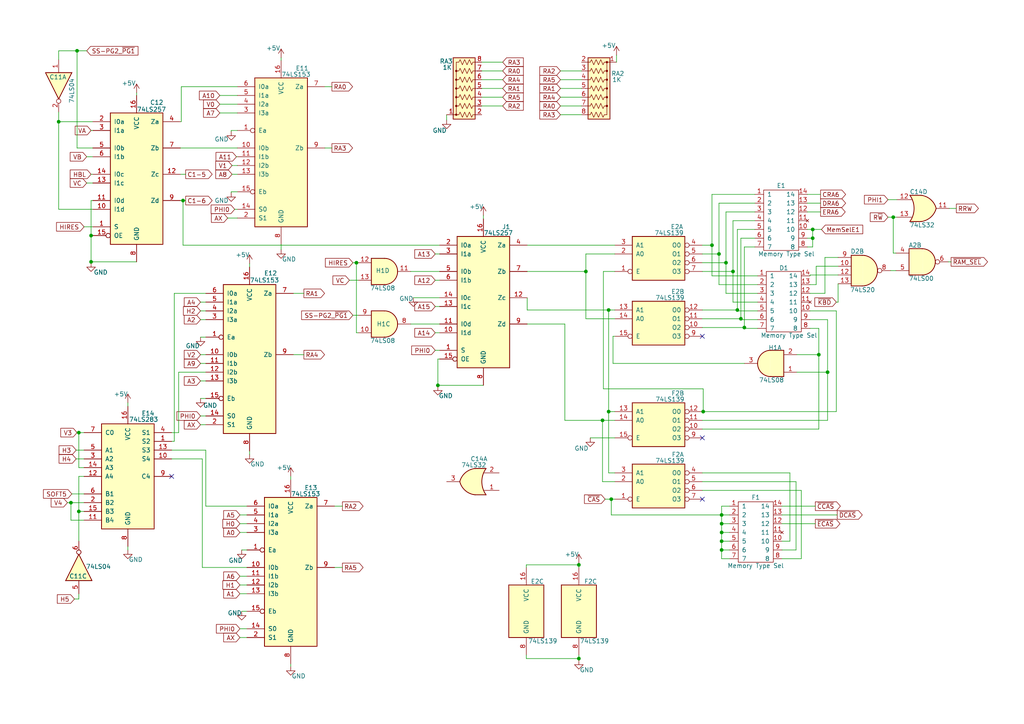
<source format=kicad_sch>
(kicad_sch (version 20230121) (generator eeschema)
  (paper "A4")
  (title_block (title "Apple II Schematic") (rev "0") (comment 1 "Captured from the Apple II Reference Manual (1979)"))
  (lib_symbols
    (symbol "74xx:74LS00" (pin_names (offset 1.016))
      (property "Reference" "U" (at 0 1.27 0))
      (property "Value" "74LS00" (at 0 -1.27 0))
      (symbol "74LS00_1_1"
        (pin input line (at -7.62 2.54 0) (length 3.81) (name "~") (number "1"))
        (pin input line (at -7.62 -2.54 0) (length 3.81) (name "~") (number "2"))
        (pin output inverted (at 7.62 0 180) (length 3.81) (name "~") (number "3"))
      )
      (symbol "74LS00_1_2"
        (pin input inverted (at -7.62 2.54 0) (length 4.318) (name "~") (number "1"))
        (pin input inverted (at -7.62 -2.54 0) (length 4.318) (name "~") (number "2"))
        (pin output line (at 7.62 0 180) (length 3.81) (name "~") (number "3"))
      )
      (symbol "74LS00_2_1"
        (pin input line (at -7.62 2.54 0) (length 3.81) (name "~") (number "4"))
        (pin input line (at -7.62 -2.54 0) (length 3.81) (name "~") (number "5"))
        (pin output inverted (at 7.62 0 180) (length 3.81) (name "~") (number "6"))
      )
      (symbol "74LS00_2_2"
        (pin input inverted (at -7.62 2.54 0) (length 4.318) (name "~") (number "4"))
        (pin input inverted (at -7.62 -2.54 0) (length 4.318) (name "~") (number "5"))
        (pin output line (at 7.62 0 180) (length 3.81) (name "~") (number "6"))
      )
      (symbol "74LS00_3_1"
        (pin input line (at -7.62 -2.54 0) (length 3.81) (name "~") (number "10"))
        (pin output inverted (at 7.62 0 180) (length 3.81) (name "~") (number "8"))
        (pin input line (at -7.62 2.54 0) (length 3.81) (name "~") (number "9"))
      )
      (symbol "74LS00_3_2"
        (pin input inverted (at -7.62 -2.54 0) (length 4.318) (name "~") (number "10"))
        (pin output line (at 7.62 0 180) (length 3.81) (name "~") (number "8"))
        (pin input inverted (at -7.62 2.54 0) (length 4.318) (name "~") (number "9"))
      )
      (symbol "74LS00_4_1"
        (pin output inverted (at 7.62 0 180) (length 3.81) (name "~") (number "11"))
        (pin input line (at -7.62 2.54 0) (length 3.81) (name "~") (number "12"))
        (pin input line (at -7.62 -2.54 0) (length 3.81) (name "~") (number "13"))
      )
      (symbol "74LS00_4_2"
        (pin output line (at 7.62 0 180) (length 3.81) (name "~") (number "11"))
        (pin input inverted (at -7.62 2.54 0) (length 4.318) (name "~") (number "12"))
        (pin input inverted (at -7.62 -2.54 0) (length 4.318) (name "~") (number "13"))
      )
      (symbol "74LS00_5_0"
        (pin power_in line (at 0 12.7 270) (length 5.08) (name "VCC") (number "14"))
        (pin power_in line (at 0 -12.7 90) (length 5.08) (name "GND") (number "7"))
      )
    )
    (symbol "74xx:74LS04"
      (property "Reference" "U" (at 0 1.27 0))
      (property "Value" "74LS04" (at 0 -1.27 0))
      (symbol "74LS04_1_0"
        (pin input line (at -7.62 0 0) (length 3.81) (name "~") (number "1"))
        (pin output inverted (at 7.62 0 180) (length 3.81) (name "~") (number "2"))
      )
      (symbol "74LS04_2_0"
        (pin input line (at -7.62 0 0) (length 3.81) (name "~") (number "3"))
        (pin output inverted (at 7.62 0 180) (length 3.81) (name "~") (number "4"))
      )
      (symbol "74LS04_3_0"
        (pin input line (at -7.62 0 0) (length 3.81) (name "~") (number "5"))
        (pin output inverted (at 7.62 0 180) (length 3.81) (name "~") (number "6"))
      )
      (symbol "74LS04_4_0"
        (pin output inverted (at 7.62 0 180) (length 3.81) (name "~") (number "8"))
        (pin input line (at -7.62 0 0) (length 3.81) (name "~") (number "9"))
      )
      (symbol "74LS04_5_0"
        (pin output inverted (at 7.62 0 180) (length 3.81) (name "~") (number "10"))
        (pin input line (at -7.62 0 0) (length 3.81) (name "~") (number "11"))
      )
      (symbol "74LS04_6_0"
        (pin output inverted (at 7.62 0 180) (length 3.81) (name "~") (number "12"))
        (pin input line (at -7.62 0 0) (length 3.81) (name "~") (number "13"))
      )
      (symbol "74LS04_7_0"
        (pin power_in line (at 0 12.7 270) (length 5.08) (name "VCC") (number "14"))
        (pin power_in line (at 0 -12.7 90) (length 5.08) (name "GND") (number "7"))
      )
    )
    (symbol "74xx:74LS08" (pin_names (offset 1.016))
      (property "Reference" "U" (at 0 1.27 0))
      (property "Value" "74LS08" (at 0 -1.27 0))
      (symbol "74LS08_1_1"
        (pin input line (at -7.62 2.54 0) (length 3.81) (name "~") (number "1"))
        (pin input line (at -7.62 -2.54 0) (length 3.81) (name "~") (number "2"))
        (pin output line (at 7.62 0 180) (length 3.81) (name "~") (number "3"))
      )
      (symbol "74LS08_1_2"
        (pin input inverted (at -7.62 2.54 0) (length 4.318) (name "~") (number "1"))
        (pin input inverted (at -7.62 -2.54 0) (length 4.318) (name "~") (number "2"))
        (pin output inverted (at 7.62 0 180) (length 3.81) (name "~") (number "3"))
      )
      (symbol "74LS08_2_1"
        (pin input line (at -7.62 2.54 0) (length 3.81) (name "~") (number "4"))
        (pin input line (at -7.62 -2.54 0) (length 3.81) (name "~") (number "5"))
        (pin output line (at 7.62 0 180) (length 3.81) (name "~") (number "6"))
      )
      (symbol "74LS08_2_2"
        (pin input inverted (at -7.62 2.54 0) (length 4.318) (name "~") (number "4"))
        (pin input inverted (at -7.62 -2.54 0) (length 4.318) (name "~") (number "5"))
        (pin output inverted (at 7.62 0 180) (length 3.81) (name "~") (number "6"))
      )
      (symbol "74LS08_3_1"
        (pin input line (at -7.62 -2.54 0) (length 3.81) (name "~") (number "10"))
        (pin output line (at 7.62 0 180) (length 3.81) (name "~") (number "8"))
        (pin input line (at -7.62 2.54 0) (length 3.81) (name "~") (number "9"))
      )
      (symbol "74LS08_3_2"
        (pin input inverted (at -7.62 -2.54 0) (length 4.318) (name "~") (number "10"))
        (pin output inverted (at 7.62 0 180) (length 3.81) (name "~") (number "8"))
        (pin input inverted (at -7.62 2.54 0) (length 4.318) (name "~") (number "9"))
      )
      (symbol "74LS08_4_1"
        (pin output line (at 7.62 0 180) (length 3.81) (name "~") (number "11"))
        (pin input line (at -7.62 2.54 0) (length 3.81) (name "~") (number "12"))
        (pin input line (at -7.62 -2.54 0) (length 3.81) (name "~") (number "13"))
      )
      (symbol "74LS08_4_2"
        (pin output inverted (at 7.62 0 180) (length 3.81) (name "~") (number "11"))
        (pin input inverted (at -7.62 2.54 0) (length 4.318) (name "~") (number "12"))
        (pin input inverted (at -7.62 -2.54 0) (length 4.318) (name "~") (number "13"))
      )
      (symbol "74LS08_5_0"
        (pin power_in line (at 0 12.7 270) (length 5.08) (name "VCC") (number "14"))
        (pin power_in line (at 0 -12.7 90) (length 5.08) (name "GND") (number "7"))
      )
    )
    (symbol "74xx:74LS139" (pin_names (offset 1.016))
      (property "Reference" "U" (at -7.62 8.89 0))
      (property "Value" "74LS139" (at -7.62 -8.89 0))
      (symbol "74LS139_1_0"
        (pin input inverted (at -12.7 -5.08 0) (length 5.08) (name "E") (number "1"))
        (pin input line (at -12.7 0 0) (length 5.08) (name "A0") (number "2"))
        (pin input line (at -12.7 2.54 0) (length 5.08) (name "A1") (number "3"))
        (pin output inverted (at 12.7 2.54 180) (length 5.08) (name "O0") (number "4"))
        (pin output inverted (at 12.7 0 180) (length 5.08) (name "O1") (number "5"))
        (pin output inverted (at 12.7 -2.54 180) (length 5.08) (name "O2") (number "6"))
        (pin output inverted (at 12.7 -5.08 180) (length 5.08) (name "O3") (number "7"))
      )
      (symbol "74LS139_2_0"
        (pin output inverted (at 12.7 -2.54 180) (length 5.08) (name "O2") (number "10"))
        (pin output inverted (at 12.7 0 180) (length 5.08) (name "O1") (number "11"))
        (pin output inverted (at 12.7 2.54 180) (length 5.08) (name "O0") (number "12"))
        (pin input line (at -12.7 2.54 0) (length 5.08) (name "A1") (number "13"))
        (pin input line (at -12.7 0 0) (length 5.08) (name "A0") (number "14"))
        (pin input inverted (at -12.7 -5.08 0) (length 5.08) (name "E") (number "15"))
        (pin output inverted (at 12.7 -5.08 180) (length 5.08) (name "O3") (number "9"))
      )
      (symbol "74LS139_3_0"
        (pin power_in line (at 0 12.7 270) (length 5.08) (name "VCC") (number "16"))
        (pin power_in line (at 0 -12.7 90) (length 5.08) (name "GND") (number "8"))
      )
    )
    (symbol "74xx:74LS153" (pin_names (offset 1.016))
      (property "Reference" "U" (at -7.62 21.59 0))
      (property "Value" "74LS153" (at -7.62 -24.13 0))
      (symbol "74LS153_1_0"
        (pin input inverted (at -12.7 5.08 0) (length 5.08) (name "Ea") (number "1"))
        (pin input line (at -12.7 0 0) (length 5.08) (name "I0b") (number "10"))
        (pin input line (at -12.7 -2.54 0) (length 5.08) (name "I1b") (number "11"))
        (pin input line (at -12.7 -5.08 0) (length 5.08) (name "I2b") (number "12"))
        (pin input line (at -12.7 -7.62 0) (length 5.08) (name "I3b") (number "13"))
        (pin input line (at -12.7 -17.78 0) (length 5.08) (name "S0") (number "14"))
        (pin input inverted (at -12.7 -12.7 0) (length 5.08) (name "Eb") (number "15"))
        (pin power_in line (at 0 25.4 270) (length 5.08) (name "VCC") (number "16"))
        (pin input line (at -12.7 -20.32 0) (length 5.08) (name "S1") (number "2"))
        (pin input line (at -12.7 10.16 0) (length 5.08) (name "I3a") (number "3"))
        (pin input line (at -12.7 12.7 0) (length 5.08) (name "I2a") (number "4"))
        (pin input line (at -12.7 15.24 0) (length 5.08) (name "I1a") (number "5"))
        (pin input line (at -12.7 17.78 0) (length 5.08) (name "I0a") (number "6"))
        (pin output line (at 12.7 17.78 180) (length 5.08) (name "Za") (number "7"))
        (pin power_in line (at 0 -27.94 90) (length 5.08) (name "GND") (number "8"))
        (pin output line (at 12.7 0 180) (length 5.08) (name "Zb") (number "9"))
      )
    )
    (symbol "74xx:74LS20" (pin_names (offset 1.016))
      (property "Reference" "U" (at 0 1.27 0))
      (property "Value" "74LS20" (at 0 -1.27 0))
      (symbol "74LS20_1_1"
        (pin input line (at -7.62 3.81 0) (length 3.81) (name "~") (number "1"))
        (pin input line (at -7.62 1.27 0) (length 3.81) (name "~") (number "2"))
        (pin input line (at -7.62 -1.27 0) (length 3.81) (name "~") (number "4"))
        (pin input line (at -7.62 -3.81 0) (length 3.81) (name "~") (number "5"))
        (pin output inverted (at 7.62 0 180) (length 3.81) (name "~") (number "6"))
      )
      (symbol "74LS20_1_2"
        (pin input inverted (at -7.62 3.81 0) (length 3.81) (name "~") (number "1"))
        (pin input inverted (at -7.62 1.27 0) (length 4.826) (name "~") (number "2"))
        (pin input inverted (at -7.62 -1.27 0) (length 4.826) (name "~") (number "4"))
        (pin input inverted (at -7.62 -3.81 0) (length 3.81) (name "~") (number "5"))
        (pin output line (at 7.62 0 180) (length 3.81) (name "~") (number "6"))
      )
      (symbol "74LS20_2_1"
        (pin input line (at -7.62 1.27 0) (length 3.81) (name "~") (number "10"))
        (pin input line (at -7.62 -1.27 0) (length 3.81) (name "~") (number "12"))
        (pin input line (at -7.62 -3.81 0) (length 3.81) (name "~") (number "13"))
        (pin output inverted (at 7.62 0 180) (length 3.81) (name "~") (number "8"))
        (pin input line (at -7.62 3.81 0) (length 3.81) (name "~") (number "9"))
      )
      (symbol "74LS20_2_2"
        (pin input inverted (at -7.62 1.27 0) (length 4.826) (name "~") (number "10"))
        (pin input inverted (at -7.62 -1.27 0) (length 4.826) (name "~") (number "12"))
        (pin input inverted (at -7.62 -3.81 0) (length 3.81) (name "~") (number "13"))
        (pin output line (at 7.62 0 180) (length 3.81) (name "~") (number "8"))
        (pin input inverted (at -7.62 3.81 0) (length 3.81) (name "~") (number "9"))
      )
      (symbol "74LS20_3_0"
        (pin power_in line (at 0 12.7 270) (length 5.08) (name "VCC") (number "14"))
        (pin power_in line (at 0 -12.7 90) (length 5.08) (name "GND") (number "7"))
      )
    )
    (symbol "74xx:74LS257" (pin_names (offset 1.016))
      (property "Reference" "U" (at -7.62 19.05 0))
      (property "Value" "74LS257" (at -7.62 -21.59 0))
      (symbol "74LS257_1_0"
        (pin input line (at -12.7 -15.24 0) (length 5.08) (name "S") (number "1"))
        (pin input line (at -12.7 -10.16 0) (length 5.08) (name "I1d") (number "10"))
        (pin input line (at -12.7 -7.62 0) (length 5.08) (name "I0d") (number "11"))
        (pin tri_state line (at 12.7 0 180) (length 5.08) (name "Zc") (number "12"))
        (pin input line (at -12.7 -2.54 0) (length 5.08) (name "I1c") (number "13"))
        (pin input line (at -12.7 0 0) (length 5.08) (name "I0c") (number "14"))
        (pin input inverted (at -12.7 -17.78 0) (length 5.08) (name "OE") (number "15"))
        (pin power_in line (at 0 22.86 270) (length 5.08) (name "VCC") (number "16"))
        (pin input line (at -12.7 15.24 0) (length 5.08) (name "I0a") (number "2"))
        (pin input line (at -12.7 12.7 0) (length 5.08) (name "I1a") (number "3"))
        (pin tri_state line (at 12.7 15.24 180) (length 5.08) (name "Za") (number "4"))
        (pin input line (at -12.7 7.62 0) (length 5.08) (name "I0b") (number "5"))
        (pin input line (at -12.7 5.08 0) (length 5.08) (name "I1b") (number "6"))
        (pin tri_state line (at 12.7 7.62 180) (length 5.08) (name "Zb") (number "7"))
        (pin power_in line (at 0 -25.4 90) (length 5.08) (name "GND") (number "8"))
        (pin tri_state line (at 12.7 -7.62 180) (length 5.08) (name "Zd") (number "9"))
      )
    )
    (symbol "74xx:74LS283" (pin_names (offset 1.016))
      (property "Reference" "U" (at -7.62 16.51 0))
      (property "Value" "74LS283" (at -7.62 -16.51 0))
      (symbol "74LS283_1_0"
        (pin output line (at 12.7 10.16 180) (length 5.08) (name "S2") (number "1"))
        (pin output line (at 12.7 5.08 180) (length 5.08) (name "S4") (number "10"))
        (pin input line (at -12.7 -12.7 0) (length 5.08) (name "B4") (number "11"))
        (pin input line (at -12.7 0 0) (length 5.08) (name "A4") (number "12"))
        (pin output line (at 12.7 7.62 180) (length 5.08) (name "S3") (number "13"))
        (pin input line (at -12.7 2.54 0) (length 5.08) (name "A3") (number "14"))
        (pin input line (at -12.7 -10.16 0) (length 5.08) (name "B3") (number "15"))
        (pin power_in line (at 0 20.32 270) (length 5.08) (name "VCC") (number "16"))
        (pin input line (at -12.7 -7.62 0) (length 5.08) (name "B2") (number "2"))
        (pin input line (at -12.7 5.08 0) (length 5.08) (name "A2") (number "3"))
        (pin output line (at 12.7 12.7 180) (length 5.08) (name "S1") (number "4"))
        (pin input line (at -12.7 7.62 0) (length 5.08) (name "A1") (number "5"))
        (pin input line (at -12.7 -5.08 0) (length 5.08) (name "B1") (number "6"))
        (pin input line (at -12.7 12.7 0) (length 5.08) (name "C0") (number "7"))
        (pin power_in line (at 0 -20.32 90) (length 5.08) (name "GND") (number "8"))
        (pin output line (at 12.7 0 180) (length 5.08) (name "C4") (number "9"))
      )
    )
    (symbol "74xx:74LS32" (pin_names (offset 1.016))
      (property "Reference" "U" (at 0 1.27 0))
      (property "Value" "74LS32" (at 0 -1.27 0))
      (symbol "74LS32_1_1"
        (pin input line (at -7.62 2.54 0) (length 4.318) (name "~") (number "1"))
        (pin input line (at -7.62 -2.54 0) (length 4.318) (name "~") (number "2"))
        (pin output line (at 7.62 0 180) (length 3.81) (name "~") (number "3"))
      )
      (symbol "74LS32_1_2"
        (pin input inverted (at -7.62 2.54 0) (length 3.81) (name "~") (number "1"))
        (pin input inverted (at -7.62 -2.54 0) (length 3.81) (name "~") (number "2"))
        (pin output inverted (at 7.62 0 180) (length 3.81) (name "~") (number "3"))
      )
      (symbol "74LS32_2_1"
        (pin input line (at -7.62 2.54 0) (length 4.318) (name "~") (number "4"))
        (pin input line (at -7.62 -2.54 0) (length 4.318) (name "~") (number "5"))
        (pin output line (at 7.62 0 180) (length 3.81) (name "~") (number "6"))
      )
      (symbol "74LS32_2_2"
        (pin input inverted (at -7.62 2.54 0) (length 3.81) (name "~") (number "4"))
        (pin input inverted (at -7.62 -2.54 0) (length 3.81) (name "~") (number "5"))
        (pin output inverted (at 7.62 0 180) (length 3.81) (name "~") (number "6"))
      )
      (symbol "74LS32_3_1"
        (pin input line (at -7.62 -2.54 0) (length 4.318) (name "~") (number "10"))
        (pin output line (at 7.62 0 180) (length 3.81) (name "~") (number "8"))
        (pin input line (at -7.62 2.54 0) (length 4.318) (name "~") (number "9"))
      )
      (symbol "74LS32_3_2"
        (pin input inverted (at -7.62 -2.54 0) (length 3.81) (name "~") (number "10"))
        (pin output inverted (at 7.62 0 180) (length 3.81) (name "~") (number "8"))
        (pin input inverted (at -7.62 2.54 0) (length 3.81) (name "~") (number "9"))
      )
      (symbol "74LS32_4_1"
        (pin output line (at 7.62 0 180) (length 3.81) (name "~") (number "11"))
        (pin input line (at -7.62 2.54 0) (length 4.318) (name "~") (number "12"))
        (pin input line (at -7.62 -2.54 0) (length 4.318) (name "~") (number "13"))
      )
      (symbol "74LS32_4_2"
        (pin output inverted (at 7.62 0 180) (length 3.81) (name "~") (number "11"))
        (pin input inverted (at -7.62 2.54 0) (length 3.81) (name "~") (number "12"))
        (pin input inverted (at -7.62 -2.54 0) (length 3.81) (name "~") (number "13"))
      )
      (symbol "74LS32_5_0"
        (pin power_in line (at 0 12.7 270) (length 5.08) (name "VCC") (number "14"))
        (pin power_in line (at 0 -12.7 90) (length 5.08) (name "GND") (number "7"))
      )
    )
    (symbol "AppleII+:AppII_MemorySelectBlock" (pin_names (offset 1.016))
      (property "Reference" "U" (at 0 10.16 0))
      (property "Value" "AppII_MemorySelectBlock" (at 0.508 -10.16 0))
      (symbol "AppII_MemorySelectBlock_1_1"
        (pin input line (at -7.62 7.62 0) (length 2.54) (name "1") (number "1"))
        (pin input line (at 7.62 -2.54 180) (length 2.54) (name "10") (number "10"))
        (pin no_connect line (at 7.62 0 180) (length 2.54) (name "11") (number "11"))
        (pin input line (at 7.62 2.54 180) (length 2.54) (name "12") (number "12"))
        (pin input line (at 7.62 5.08 180) (length 2.54) (name "13") (number "13"))
        (pin input line (at 7.62 7.62 180) (length 2.54) (name "14") (number "14"))
        (pin input line (at -7.62 5.08 0) (length 2.54) (name "2") (number "2"))
        (pin input line (at -7.62 2.54 0) (length 2.54) (name "3") (number "3"))
        (pin input line (at -7.62 0 0) (length 2.54) (name "4") (number "4"))
        (pin input line (at -7.62 -2.54 0) (length 2.54) (name "5") (number "5"))
        (pin input line (at -7.62 -5.08 0) (length 2.54) (name "6") (number "6"))
        (pin input line (at -7.62 -7.62 0) (length 2.54) (name "7") (number "7"))
        (pin input line (at 7.62 -7.62 180) (length 2.54) (name "8") (number "8"))
        (pin input line (at 7.62 -5.08 180) (length 2.54) (name "9") (number "9"))
      )
    )
    (symbol "Device:R_Network07_US" (pin_names (offset 0) hide)
      (property "Reference" "RN" (at -10.16 0 90))
      (property "Value" "R_Network07_US" (at 10.16 0 90))
      (symbol "R_Network07_US_1_1"
        (pin passive line (at -7.62 5.08 270) (length 2.54) (name "common") (number "1"))
        (pin passive line (at -7.62 -5.08 90) (length 1.27) (name "R1") (number "2"))
        (pin passive line (at -5.08 -5.08 90) (length 1.27) (name "R2") (number "3"))
        (pin passive line (at -2.54 -5.08 90) (length 1.27) (name "R3") (number "4"))
        (pin passive line (at 0 -5.08 90) (length 1.27) (name "R4") (number "5"))
        (pin passive line (at 2.54 -5.08 90) (length 1.27) (name "R5") (number "6"))
        (pin passive line (at 5.08 -5.08 90) (length 1.27) (name "R6") (number "7"))
        (pin passive line (at 7.62 -5.08 90) (length 1.27) (name "R7") (number "8"))
      )
    )
    (symbol "power:+5V" (power) (pin_names (offset 0))
      (property "Value" "+5V" (at 0 3.556 0))
      (symbol "+5V_1_1"
        (pin power_in line (at 0 0 90) (length 0) hide (name "+5V") (number "1"))
      )
    )
    (symbol "power:GND" (power) (pin_names (offset 0))
      (property "Value" "GND" (at 0 -3.81 0))
      (symbol "GND_1_1"
        (pin power_in line (at 0 0 270) (length 0) hide (name "GND") (number "1"))
      )
    )
  )
  (junction (at 26.416 75.946))
  (junction (at 53.086 58.166))
  (junction (at 103.378 76.2))
  (junction (at 210.566 76.2))
  (junction (at 214.884 92.456))
  (junction (at 22.86 148.336))
  (junction (at 209.296 156.972))
  (junction (at 209.296 149.352))
  (junction (at 240.03 107.95))
  (junction (at 212.598 78.74))
  (junction (at 167.894 191.008))
  (junction (at 177.292 144.78))
  (junction (at 22.352 14.732))
  (junction (at 209.296 154.432))
  (junction (at 20.574 145.796))
  (junction (at 235.712 66.548))
  (junction (at 209.296 159.512))
  (junction (at 127 111.76))
  (junction (at 169.926 78.74))
  (junction (at 176.53 119.38))
  (junction (at 209.296 151.892))
  (junction (at 206.502 71.12))
  (junction (at 237.49 102.87))
  (junction (at 213.868 89.916))
  (junction (at 203.962 119.38))
  (junction (at 26.416 68.326))
  (junction (at 22.86 125.476))
  (junction (at 215.9 94.996))
  (junction (at 208.534 73.66))
  (junction (at 17.018 35.306))
  (junction (at 235.712 69.088))
  (junction (at 174.752 121.92))
  (junction (at 167.894 163.83))
  (junction (at 259.08 62.992))
  (junction (at 176.53 89.916))
  (no_connect (at 49.784 138.176))
  (no_connect (at 203.708 127))
  (no_connect (at 203.708 97.536))
  (no_connect (at 203.708 144.78))
  (wire (pts (xy 178.816 18.034) (xy 178.816 16.002)))
  (wire (pts (xy 129.54 34.798) (xy 129.54 33.274)))
  (wire (pts (xy 206.502 71.12) (xy 206.502 56.388)))
  (wire (pts (xy 177.292 149.352) (xy 209.296 149.352)))
  (wire (pts (xy 37.084 159.512) (xy 37.084 158.496)))
  (wire (pts (xy 175.514 144.78) (xy 177.292 144.78)))
  (wire (pts (xy 162.56 23.114) (xy 168.656 23.114)))
  (wire (pts (xy 176.53 137.16) (xy 178.308 137.16)))
  (wire (pts (xy 203.962 119.38) (xy 242.57 119.38)))
  (wire (pts (xy 174.752 121.92) (xy 174.752 139.7)))
  (wire (pts (xy 50.546 128.016) (xy 50.546 85.09)))
  (wire (pts (xy 259.08 62.992) (xy 260.096 62.992)))
  (wire (pts (xy 242.57 87.63) (xy 243.078 87.63)))
  (wire (pts (xy 162.56 30.734) (xy 168.656 30.734)))
  (wire (pts (xy 175.006 112.776) (xy 203.962 112.776)))
  (wire (pts (xy 238.252 66.548) (xy 235.712 66.548)))
  (wire (pts (xy 208.534 82.55) (xy 219.71 82.55)))
  (wire (pts (xy 218.948 64.008) (xy 212.598 64.008)))
  (wire (pts (xy 234.188 56.388) (xy 237.998 56.388)))
  (wire (pts (xy 211.582 162.052) (xy 209.296 162.052)))
  (wire (pts (xy 126.238 81.28) (xy 127.508 81.28)))
  (wire (pts (xy 69.596 154.432) (xy 71.628 154.432)))
  (wire (pts (xy 26.924 58.166) (xy 26.416 58.166)))
  (wire (pts (xy 234.95 90.17) (xy 242.57 90.17)))
  (wire (pts (xy 119.126 78.74) (xy 127.508 78.74)))
  (wire (pts (xy 22.352 14.732) (xy 17.018 14.732)))
  (wire (pts (xy 259.08 62.992) (xy 259.08 73.406)))
  (wire (pts (xy 232.41 142.24) (xy 232.41 162.052)))
  (wire (pts (xy 178.308 92.456) (xy 169.926 92.456)))
  (wire (pts (xy 52.578 25.146) (xy 68.834 25.146)))
  (wire (pts (xy 213.868 90.17) (xy 219.71 90.17)))
  (wire (pts (xy 167.894 191.516) (xy 167.894 191.008)))
  (wire (pts (xy 171.196 127) (xy 178.308 127)))
  (wire (pts (xy 22.86 135.636) (xy 24.384 135.636)))
  (wire (pts (xy 229.108 156.972) (xy 226.822 156.972)))
  (wire (pts (xy 84.328 193.294) (xy 84.328 192.532)))
  (wire (pts (xy 257.556 57.912) (xy 260.096 57.912)))
  (wire (pts (xy 162.56 25.654) (xy 168.656 25.654)))
  (wire (pts (xy 212.598 78.74) (xy 212.598 87.63)))
  (wire (pts (xy 63.754 30.226) (xy 68.834 30.226)))
  (wire (pts (xy 126.238 88.9) (xy 127.508 88.9)))
  (wire (pts (xy 67.31 48.006) (xy 68.834 48.006)))
  (wire (pts (xy 152.654 163.83) (xy 167.894 163.83)))
  (wire (pts (xy 203.708 139.7) (xy 230.886 139.7)))
  (wire (pts (xy 127 112.014) (xy 127 111.76)))
  (wire (pts (xy 103.378 96.52) (xy 103.886 96.52)))
  (wire (pts (xy 25.146 53.086) (xy 26.924 53.086)))
  (wire (pts (xy 59.69 146.812) (xy 71.628 146.812)))
  (wire (pts (xy 58.166 87.63) (xy 59.69 87.63)))
  (wire (pts (xy 275.336 60.452) (xy 277.368 60.452)))
  (wire (pts (xy 58.166 92.71) (xy 59.69 92.71)))
  (wire (pts (xy 58.166 120.65) (xy 59.69 120.65)))
  (wire (pts (xy 53.086 58.166) (xy 53.848 58.166)))
  (wire (pts (xy 126.238 73.66) (xy 127.508 73.66)))
  (wire (pts (xy 215.9 95.25) (xy 219.71 95.25)))
  (wire (pts (xy 26.416 68.326) (xy 26.416 75.946)))
  (wire (pts (xy 167.894 191.008) (xy 167.894 189.992)))
  (wire (pts (xy 49.784 133.096) (xy 58.674 133.096)))
  (wire (pts (xy 162.56 33.274) (xy 168.656 33.274)))
  (wire (pts (xy 63.754 27.686) (xy 68.834 27.686)))
  (wire (pts (xy 203.708 94.996) (xy 215.9 94.996)))
  (wire (pts (xy 203.708 78.74) (xy 212.598 78.74)))
  (wire (pts (xy 234.95 85.09) (xy 239.268 85.09)))
  (wire (pts (xy 126.238 96.52) (xy 127.508 96.52)))
  (wire (pts (xy 63.754 32.766) (xy 68.834 32.766)))
  (wire (pts (xy 145.796 18.034) (xy 139.7 18.034)))
  (wire (pts (xy 21.59 173.736) (xy 22.86 173.736)))
  (wire (pts (xy 58.674 164.592) (xy 71.628 164.592)))
  (wire (pts (xy 242.57 90.17) (xy 242.57 119.38)))
  (wire (pts (xy 178.308 121.92) (xy 174.752 121.92)))
  (wire (pts (xy 26.924 68.326) (xy 26.416 68.326)))
  (wire (pts (xy 25.146 45.466) (xy 26.924 45.466)))
  (wire (pts (xy 67.31 50.546) (xy 68.834 50.546)))
  (wire (pts (xy 22.352 125.476) (xy 22.86 125.476)))
  (wire (pts (xy 236.728 77.216) (xy 243.078 77.216)))
  (wire (pts (xy 103.378 76.2) (xy 103.378 96.52)))
  (wire (pts (xy 234.95 82.55) (xy 236.728 82.55)))
  (wire (pts (xy 218.948 56.388) (xy 206.502 56.388)))
  (wire (pts (xy 259.08 73.406) (xy 259.842 73.406)))
  (wire (pts (xy 20.574 145.796) (xy 20.574 150.876)))
  (wire (pts (xy 49.784 130.556) (xy 59.69 130.556)))
  (wire (pts (xy 177.8 105.41) (xy 177.8 97.536)))
  (wire (pts (xy 145.796 23.114) (xy 139.7 23.114)))
  (wire (pts (xy 226.822 149.352) (xy 242.824 149.352)))
  (wire (pts (xy 208.534 73.66) (xy 208.534 58.928)))
  (wire (pts (xy 163.83 93.98) (xy 163.83 121.92)))
  (wire (pts (xy 176.53 89.916) (xy 176.53 119.38)))
  (wire (pts (xy 58.166 110.49) (xy 59.69 110.49)))
  (wire (pts (xy 243.078 87.63) (xy 243.078 82.296)))
  (wire (pts (xy 203.708 142.24) (xy 232.41 142.24)))
  (wire (pts (xy 67.056 55.626) (xy 68.834 55.626)))
  (wire (pts (xy 103.378 76.2) (xy 103.886 76.2)))
  (wire (pts (xy 22.86 148.336) (xy 24.384 148.336)))
  (wire (pts (xy 51.816 125.476) (xy 51.816 107.95)))
  (wire (pts (xy 218.948 58.928) (xy 208.534 58.928)))
  (wire (pts (xy 218.948 66.548) (xy 213.868 66.548)))
  (wire (pts (xy 214.884 92.71) (xy 214.884 92.456)))
  (wire (pts (xy 178.308 89.916) (xy 176.53 89.916)))
  (wire (pts (xy 94.234 42.926) (xy 96.266 42.926)))
  (wire (pts (xy 239.268 85.09) (xy 239.268 74.676)))
  (wire (pts (xy 208.534 73.66) (xy 208.534 82.55)))
  (wire (pts (xy 140.208 62.484) (xy 140.208 63.5)))
  (wire (pts (xy 175.006 78.74) (xy 175.006 112.776)))
  (wire (pts (xy 22.86 173.736) (xy 22.86 172.212)))
  (wire (pts (xy 24.384 138.176) (xy 22.86 138.176)))
  (wire (pts (xy 203.708 121.92) (xy 240.03 121.92)))
  (wire (pts (xy 127 111.76) (xy 140.208 111.76)))
  (wire (pts (xy 22.86 156.972) (xy 22.86 148.336)))
  (wire (pts (xy 102.362 76.2) (xy 103.378 76.2)))
  (wire (pts (xy 176.53 119.38) (xy 178.308 119.38)))
  (wire (pts (xy 226.822 162.052) (xy 232.41 162.052)))
  (wire (pts (xy 275.082 75.946) (xy 275.844 75.946)))
  (wire (pts (xy 52.324 50.546) (xy 53.848 50.546)))
  (wire (pts (xy 203.962 119.38) (xy 203.708 119.38)))
  (wire (pts (xy 58.166 102.87) (xy 59.69 102.87)))
  (wire (pts (xy 209.296 151.892) (xy 209.296 149.352)))
  (wire (pts (xy 26.416 37.846) (xy 26.924 37.846)))
  (wire (pts (xy 234.95 95.25) (xy 237.49 95.25)))
  (wire (pts (xy 68.072 60.706) (xy 68.834 60.706)))
  (wire (pts (xy 152.908 93.98) (xy 163.83 93.98)))
  (wire (pts (xy 50.546 85.09) (xy 59.69 85.09)))
  (wire (pts (xy 127 111.76) (xy 127 104.14)))
  (wire (pts (xy 145.796 25.654) (xy 139.7 25.654)))
  (wire (pts (xy 19.558 145.796) (xy 20.574 145.796)))
  (wire (pts (xy 152.654 191.008) (xy 167.894 191.008)))
  (wire (pts (xy 96.266 25.146) (xy 94.234 25.146)))
  (wire (pts (xy 235.712 69.088) (xy 235.712 66.548)))
  (wire (pts (xy 218.948 69.088) (xy 214.884 69.088)))
  (wire (pts (xy 152.654 164.592) (xy 152.654 163.83)))
  (wire (pts (xy 102.362 91.44) (xy 103.886 91.44)))
  (wire (pts (xy 211.582 159.512) (xy 209.296 159.512)))
  (wire (pts (xy 213.868 66.548) (xy 213.868 89.916)))
  (wire (pts (xy 210.566 76.2) (xy 210.566 85.09)))
  (wire (pts (xy 69.596 167.132) (xy 71.628 167.132)))
  (wire (pts (xy 97.028 164.592) (xy 99.314 164.592)))
  (wire (pts (xy 119.888 86.36) (xy 127.508 86.36)))
  (wire (pts (xy 68.58 45.466) (xy 68.834 45.466)))
  (wire (pts (xy 22.86 125.476) (xy 22.86 135.636)))
  (wire (pts (xy 17.018 32.512) (xy 17.018 35.306)))
  (wire (pts (xy 230.886 139.7) (xy 230.886 159.512)))
  (wire (pts (xy 203.708 137.16) (xy 229.108 137.16)))
  (wire (pts (xy 58.166 97.79) (xy 59.69 97.79)))
  (wire (pts (xy 67.056 38.1) (xy 67.056 37.846)))
  (wire (pts (xy 22.86 138.176) (xy 22.86 148.336)))
  (wire (pts (xy 58.674 133.096) (xy 58.674 164.592)))
  (wire (pts (xy 25.146 14.732) (xy 22.352 14.732)))
  (wire (pts (xy 51.816 107.95) (xy 59.69 107.95)))
  (wire (pts (xy 53.086 71.12) (xy 127.508 71.12)))
  (wire (pts (xy 72.39 76.454) (xy 72.39 77.47)))
  (wire (pts (xy 212.598 78.74) (xy 212.598 64.008)))
  (wire (pts (xy 214.884 69.088) (xy 214.884 92.456)))
  (wire (pts (xy 203.708 89.916) (xy 213.868 89.916)))
  (wire (pts (xy 72.39 131.826) (xy 72.39 130.81)))
  (wire (pts (xy 17.018 60.706) (xy 26.924 60.706)))
  (wire (pts (xy 58.166 105.41) (xy 59.69 105.41)))
  (wire (pts (xy 211.582 154.432) (xy 209.296 154.432)))
  (wire (pts (xy 236.728 82.55) (xy 236.728 77.216)))
  (wire (pts (xy 203.708 73.66) (xy 208.534 73.66)))
  (wire (pts (xy 162.56 20.574) (xy 168.656 20.574)))
  (wire (pts (xy 210.566 85.09) (xy 219.71 85.09)))
  (wire (pts (xy 235.712 66.548) (xy 234.188 66.548)))
  (wire (pts (xy 49.784 125.476) (xy 51.816 125.476)))
  (wire (pts (xy 52.578 35.306) (xy 52.578 25.146)))
  (wire (pts (xy 152.908 71.12) (xy 178.308 71.12)))
  (wire (pts (xy 152.654 189.992) (xy 152.654 191.008)))
  (wire (pts (xy 210.566 76.2) (xy 210.566 61.468)))
  (wire (pts (xy 218.948 71.628) (xy 215.9 71.628)))
  (wire (pts (xy 212.598 87.63) (xy 219.71 87.63)))
  (wire (pts (xy 234.188 71.628) (xy 235.712 71.628)))
  (wire (pts (xy 209.296 154.432) (xy 209.296 151.892)))
  (wire (pts (xy 178.308 78.74) (xy 175.006 78.74)))
  (wire (pts (xy 209.296 156.972) (xy 209.296 154.432)))
  (wire (pts (xy 22.098 130.556) (xy 24.384 130.556)))
  (wire (pts (xy 17.018 35.306) (xy 17.018 60.706)))
  (wire (pts (xy 226.822 146.812) (xy 236.474 146.812)))
  (wire (pts (xy 69.596 149.352) (xy 71.628 149.352)))
  (wire (pts (xy 152.908 89.916) (xy 176.53 89.916)))
  (wire (pts (xy 209.296 159.512) (xy 209.296 156.972)))
  (wire (pts (xy 203.708 92.456) (xy 214.884 92.456)))
  (wire (pts (xy 209.296 149.352) (xy 209.296 146.812)))
  (wire (pts (xy 70.104 159.512) (xy 71.628 159.512)))
  (wire (pts (xy 58.166 115.57) (xy 59.69 115.57)))
  (wire (pts (xy 177.8 105.41) (xy 215.9 105.41)))
  (wire (pts (xy 203.708 71.12) (xy 206.502 71.12)))
  (wire (pts (xy 206.502 71.12) (xy 206.502 80.01)))
  (wire (pts (xy 58.166 90.17) (xy 59.69 90.17)))
  (wire (pts (xy 39.624 26.924) (xy 39.624 27.686)))
  (wire (pts (xy 215.9 95.25) (xy 215.9 94.996)))
  (wire (pts (xy 69.596 169.672) (xy 71.628 169.672)))
  (wire (pts (xy 235.712 71.628) (xy 235.712 69.088)))
  (wire (pts (xy 52.324 58.166) (xy 53.086 58.166)))
  (wire (pts (xy 20.574 150.876) (xy 24.384 150.876)))
  (wire (pts (xy 69.596 172.212) (xy 71.628 172.212)))
  (wire (pts (xy 24.384 145.796) (xy 20.574 145.796)))
  (wire (pts (xy 177.292 144.78) (xy 177.292 149.352)))
  (wire (pts (xy 70.104 177.292) (xy 71.628 177.292)))
  (wire (pts (xy 214.884 92.71) (xy 219.71 92.71)))
  (wire (pts (xy 37.084 116.84) (xy 37.084 117.856)))
  (wire (pts (xy 81.534 72.39) (xy 81.534 70.866)))
  (wire (pts (xy 88.138 102.87) (xy 85.09 102.87)))
  (wire (pts (xy 53.086 58.166) (xy 53.086 71.12)))
  (wire (pts (xy 101.346 81.28) (xy 103.886 81.28)))
  (wire (pts (xy 20.828 143.256) (xy 24.384 143.256)))
  (wire (pts (xy 163.83 121.92) (xy 174.752 121.92)))
  (wire (pts (xy 49.784 128.016) (xy 50.546 128.016)))
  (wire (pts (xy 169.926 92.456) (xy 169.926 78.74)))
  (wire (pts (xy 152.908 78.74) (xy 169.926 78.74)))
  (wire (pts (xy 234.188 58.928) (xy 237.998 58.928)))
  (wire (pts (xy 209.296 162.052) (xy 209.296 159.512)))
  (wire (pts (xy 145.796 20.574) (xy 139.7 20.574)))
  (wire (pts (xy 162.56 28.194) (xy 168.656 28.194)))
  (wire (pts (xy 26.924 42.926) (xy 22.352 42.926)))
  (wire (pts (xy 211.582 151.892) (xy 209.296 151.892)))
  (wire (pts (xy 52.324 35.306) (xy 52.578 35.306)))
  (wire (pts (xy 22.86 125.476) (xy 24.384 125.476)))
  (wire (pts (xy 234.95 80.01) (xy 234.95 79.756)))
  (wire (pts (xy 239.268 74.676) (xy 243.078 74.676)))
  (wire (pts (xy 240.03 107.95) (xy 240.03 121.92)))
  (wire (pts (xy 211.582 156.972) (xy 209.296 156.972)))
  (wire (pts (xy 126.238 101.6) (xy 127.508 101.6)))
  (wire (pts (xy 52.324 42.926) (xy 68.834 42.926)))
  (wire (pts (xy 145.796 28.194) (xy 139.7 28.194)))
  (wire (pts (xy 229.108 137.16) (xy 229.108 156.972)))
  (wire (pts (xy 81.534 16.764) (xy 81.534 17.526)))
  (wire (pts (xy 203.708 124.46) (xy 237.49 124.46)))
  (wire (pts (xy 69.596 182.372) (xy 71.628 182.372)))
  (wire (pts (xy 218.948 61.468) (xy 210.566 61.468)))
  (wire (pts (xy 26.416 50.546) (xy 26.924 50.546)))
  (wire (pts (xy 169.926 73.66) (xy 178.308 73.66)))
  (wire (pts (xy 257.556 62.992) (xy 259.08 62.992)))
  (wire (pts (xy 169.926 78.74) (xy 169.926 73.66)))
  (wire (pts (xy 206.502 80.01) (xy 219.71 80.01)))
  (wire (pts (xy 258.318 78.486) (xy 259.842 78.486)))
  (wire (pts (xy 24.384 65.786) (xy 26.924 65.786)))
  (wire (pts (xy 177.292 144.78) (xy 178.308 144.78)))
  (wire (pts (xy 22.352 42.926) (xy 22.352 14.732)))
  (wire (pts (xy 88.138 85.09) (xy 85.09 85.09)))
  (wire (pts (xy 167.894 163.322) (xy 167.894 163.83)))
  (wire (pts (xy 226.822 159.512) (xy 230.886 159.512)))
  (wire (pts (xy 119.126 93.98) (xy 127.508 93.98)))
  (wire (pts (xy 237.49 95.25) (xy 237.49 102.87)))
  (wire (pts (xy 26.416 75.946) (xy 26.416 76.2)))
  (wire (pts (xy 167.894 163.83) (xy 167.894 164.592)))
  (wire (pts (xy 97.028 146.812) (xy 99.314 146.812)))
  (wire (pts (xy 58.166 123.19) (xy 59.69 123.19)))
  (wire (pts (xy 127 104.14) (xy 127.508 104.14)))
  (wire (pts (xy 84.328 138.176) (xy 84.328 139.192)))
  (wire (pts (xy 231.14 107.95) (xy 240.03 107.95)))
  (wire (pts (xy 67.056 55.88) (xy 67.056 55.626)))
  (wire (pts (xy 152.908 86.36) (xy 152.908 89.916)))
  (wire (pts (xy 215.9 71.628) (xy 215.9 94.996)))
  (wire (pts (xy 67.056 37.846) (xy 68.834 37.846)))
  (wire (pts (xy 17.018 14.732) (xy 17.018 17.272)))
  (wire (pts (xy 209.296 146.812) (xy 211.582 146.812)))
  (wire (pts (xy 177.8 97.536) (xy 178.308 97.536)))
  (wire (pts (xy 234.95 92.71) (xy 240.03 92.71)))
  (wire (pts (xy 66.04 63.246) (xy 68.834 63.246)))
  (wire (pts (xy 234.188 69.088) (xy 235.712 69.088)))
  (wire (pts (xy 145.796 30.734) (xy 139.7 30.734)))
  (wire (pts (xy 26.416 58.166) (xy 26.416 68.326)))
  (wire (pts (xy 237.49 102.87) (xy 237.49 124.46)))
  (wire (pts (xy 174.752 139.7) (xy 178.308 139.7)))
  (wire (pts (xy 22.098 133.096) (xy 24.384 133.096)))
  (wire (pts (xy 240.03 92.71) (xy 240.03 107.95)))
  (wire (pts (xy 203.962 119.38) (xy 203.962 112.776)))
  (wire (pts (xy 234.95 79.756) (xy 243.078 79.756)))
  (wire (pts (xy 203.708 76.2) (xy 210.566 76.2)))
  (wire (pts (xy 69.596 151.892) (xy 71.628 151.892)))
  (wire (pts (xy 211.582 149.352) (xy 209.296 149.352)))
  (wire (pts (xy 213.868 90.17) (xy 213.868 89.916)))
  (wire (pts (xy 39.624 75.946) (xy 26.416 75.946)))
  (wire (pts (xy 231.14 102.87) (xy 237.49 102.87)))
  (wire (pts (xy 226.822 151.892) (xy 236.474 151.892)))
  (wire (pts (xy 69.596 184.912) (xy 71.628 184.912)))
  (wire (pts (xy 59.69 130.556) (xy 59.69 146.812)))
  (wire (pts (xy 26.924 35.306) (xy 17.018 35.306)))
  (wire (pts (xy 176.53 119.38) (xy 176.53 137.16)))
  (wire (pts (xy 234.188 61.468) (xy 237.998 61.468)))
  (global_label "SS-PG2_~{PG1}" (shape input) (at 25.146 14.732 0) (property "Intersheetrefs" "${INTERSHEET_REFS}" (effects hide)))
  (global_label "RA0" (shape input) (at 162.56 30.734 180) (property "Intersheetrefs" "${INTERSHEET_REFS}" (effects hide)))
  (global_label "PHI0" (shape input) (at 58.166 120.65 180) (property "Intersheetrefs" "${INTERSHEET_REFS}" (effects hide)))
  (global_label "V2" (shape input) (at 58.166 102.87 180) (property "Intersheetrefs" "${INTERSHEET_REFS}" (effects hide)))
  (global_label "~{CAS}" (shape input) (at 175.514 144.78 180) (property "Intersheetrefs" "${INTERSHEET_REFS}" (effects hide)))
  (global_label "RA3" (shape input) (at 162.56 33.274 180) (property "Intersheetrefs" "${INTERSHEET_REFS}" (effects hide)))
  (global_label "V1" (shape input) (at 67.31 48.006 180) (property "Intersheetrefs" "${INTERSHEET_REFS}" (effects hide)))
  (global_label "~{DCAS}" (shape output) (at 242.824 149.352 0) (property "Intersheetrefs" "${INTERSHEET_REFS}" (effects hide)))
  (global_label "RA4" (shape input) (at 145.796 23.114 0) (property "Intersheetrefs" "${INTERSHEET_REFS}" (effects hide)))
  (global_label "~{CCAS}" (shape output) (at 236.474 146.812 0) (property "Intersheetrefs" "${INTERSHEET_REFS}" (effects hide)))
  (global_label "A0" (shape input) (at 69.596 154.432 180) (property "Intersheetrefs" "${INTERSHEET_REFS}" (effects hide)))
  (global_label "H5" (shape input) (at 21.59 173.736 180) (property "Intersheetrefs" "${INTERSHEET_REFS}" (effects hide)))
  (global_label "HIRES" (shape input) (at 102.362 76.2 180) (property "Intersheetrefs" "${INTERSHEET_REFS}" (effects hide)))
  (global_label "A10" (shape input) (at 63.754 27.686 180) (property "Intersheetrefs" "${INTERSHEET_REFS}" (effects hide)))
  (global_label "RA5" (shape input) (at 162.56 23.114 180) (property "Intersheetrefs" "${INTERSHEET_REFS}" (effects hide)))
  (global_label "RA4" (shape output) (at 88.138 102.87 0) (property "Intersheetrefs" "${INTERSHEET_REFS}" (effects hide)))
  (global_label "VC" (shape input) (at 25.146 53.086 180) (property "Intersheetrefs" "${INTERSHEET_REFS}" (effects hide)))
  (global_label "A11" (shape input) (at 68.58 45.466 180) (property "Intersheetrefs" "${INTERSHEET_REFS}" (effects hide)))
  (global_label "RA0" (shape output) (at 96.266 25.146 0) (property "Intersheetrefs" "${INTERSHEET_REFS}" (effects hide)))
  (global_label "RA3" (shape input) (at 145.796 18.034 0) (property "Intersheetrefs" "${INTERSHEET_REFS}" (effects hide)))
  (global_label "RA0" (shape input) (at 145.796 20.574 0) (property "Intersheetrefs" "${INTERSHEET_REFS}" (effects hide)))
  (global_label "~{RAM_SEL}" (shape output) (at 275.844 75.946 0) (property "Intersheetrefs" "${INTERSHEET_REFS}" (effects hide)))
  (global_label "A1" (shape input) (at 69.596 172.212 180) (property "Intersheetrefs" "${INTERSHEET_REFS}" (effects hide)))
  (global_label "RA5" (shape input) (at 145.796 28.194 0) (property "Intersheetrefs" "${INTERSHEET_REFS}" (effects hide)))
  (global_label "PHI0" (shape input) (at 69.596 182.372 180) (property "Intersheetrefs" "${INTERSHEET_REFS}" (effects hide)))
  (global_label "RRW" (shape output) (at 277.368 60.452 0) (property "Intersheetrefs" "${INTERSHEET_REFS}" (effects hide)))
  (global_label "AX" (shape input) (at 66.04 63.246 180) (property "Intersheetrefs" "${INTERSHEET_REFS}" (effects hide)))
  (global_label "A14" (shape input) (at 126.238 96.52 180) (property "Intersheetrefs" "${INTERSHEET_REFS}" (effects hide)))
  (global_label "H4" (shape input) (at 22.098 133.096 180) (property "Intersheetrefs" "${INTERSHEET_REFS}" (effects hide)))
  (global_label "HIRES" (shape input) (at 24.384 65.786 180) (property "Intersheetrefs" "${INTERSHEET_REFS}" (effects hide)))
  (global_label "H2" (shape input) (at 58.166 90.17 180) (property "Intersheetrefs" "${INTERSHEET_REFS}" (effects hide)))
  (global_label "RA2" (shape input) (at 145.796 30.734 0) (property "Intersheetrefs" "${INTERSHEET_REFS}" (effects hide)))
  (global_label "C1-5" (shape output) (at 53.848 50.546 0) (property "Intersheetrefs" "${INTERSHEET_REFS}" (effects hide)))
  (global_label "A13" (shape input) (at 126.238 73.66 180) (property "Intersheetrefs" "${INTERSHEET_REFS}" (effects hide)))
  (global_label "H1" (shape input) (at 69.596 169.672 180) (property "Intersheetrefs" "${INTERSHEET_REFS}" (effects hide)))
  (global_label "RA2" (shape input) (at 162.56 20.574 180) (property "Intersheetrefs" "${INTERSHEET_REFS}" (effects hide)))
  (global_label "RA1" (shape input) (at 145.796 25.654 0) (property "Intersheetrefs" "${INTERSHEET_REFS}" (effects hide)))
  (global_label "RA3" (shape output) (at 96.266 42.926 0) (property "Intersheetrefs" "${INTERSHEET_REFS}" (effects hide)))
  (global_label "H0" (shape input) (at 69.596 151.892 180) (property "Intersheetrefs" "${INTERSHEET_REFS}" (effects hide)))
  (global_label "RA4" (shape input) (at 162.56 28.194 180) (property "Intersheetrefs" "${INTERSHEET_REFS}" (effects hide)))
  (global_label "A6" (shape input) (at 69.596 167.132 180) (property "Intersheetrefs" "${INTERSHEET_REFS}" (effects hide)))
  (global_label "A9" (shape input) (at 58.166 105.41 180) (property "Intersheetrefs" "${INTERSHEET_REFS}" (effects hide)))
  (global_label "RA2" (shape output) (at 99.314 146.812 0) (property "Intersheetrefs" "${INTERSHEET_REFS}" (effects hide)))
  (global_label "AX" (shape input) (at 58.166 123.19 180) (property "Intersheetrefs" "${INTERSHEET_REFS}" (effects hide)))
  (global_label "RA5" (shape output) (at 99.314 164.592 0) (property "Intersheetrefs" "${INTERSHEET_REFS}" (effects hide)))
  (global_label "V0" (shape input) (at 63.754 30.226 180) (property "Intersheetrefs" "${INTERSHEET_REFS}" (effects hide)))
  (global_label "VC" (shape input) (at 101.346 81.28 180) (property "Intersheetrefs" "${INTERSHEET_REFS}" (effects hide)))
  (global_label "C1-6" (shape output) (at 53.848 58.166 0) (property "Intersheetrefs" "${INTERSHEET_REFS}" (effects hide)))
  (global_label "ERA6" (shape output) (at 237.998 61.468 0) (property "Intersheetrefs" "${INTERSHEET_REFS}" (effects hide)))
  (global_label "A8" (shape input) (at 67.31 50.546 180) (property "Intersheetrefs" "${INTERSHEET_REFS}" (effects hide)))
  (global_label "DRA6" (shape output) (at 237.998 58.928 0) (property "Intersheetrefs" "${INTERSHEET_REFS}" (effects hide)))
  (global_label "SS-PG2_~{PG1}" (shape input) (at 102.362 91.44 180) (property "Intersheetrefs" "${INTERSHEET_REFS}" (effects hide)))
  (global_label "A15" (shape input) (at 126.238 88.9 180) (property "Intersheetrefs" "${INTERSHEET_REFS}" (effects hide)))
  (global_label "A7" (shape input) (at 63.754 32.766 180) (property "Intersheetrefs" "${INTERSHEET_REFS}" (effects hide)))
  (global_label "V4" (shape input) (at 19.558 145.796 180) (property "Intersheetrefs" "${INTERSHEET_REFS}" (effects hide)))
  (global_label "MemSelE1" (shape input) (at 238.252 66.548 0) (property "Intersheetrefs" "${INTERSHEET_REFS}" (effects hide)))
  (global_label "A2" (shape input) (at 58.166 92.71 180) (property "Intersheetrefs" "${INTERSHEET_REFS}" (effects hide)))
  (global_label "RA1" (shape output) (at 88.138 85.09 0) (property "Intersheetrefs" "${INTERSHEET_REFS}" (effects hide)))
  (global_label "PHI0" (shape input) (at 68.072 60.706 180) (property "Intersheetrefs" "${INTERSHEET_REFS}" (effects hide)))
  (global_label "PHI1" (shape input) (at 257.556 57.912 180) (property "Intersheetrefs" "${INTERSHEET_REFS}" (effects hide)))
  (global_label "VB" (shape input) (at 25.146 45.466 180) (property "Intersheetrefs" "${INTERSHEET_REFS}" (effects hide)))
  (global_label "A4" (shape input) (at 58.166 87.63 180) (property "Intersheetrefs" "${INTERSHEET_REFS}" (effects hide)))
  (global_label "PHI0" (shape input) (at 126.238 101.6 180) (property "Intersheetrefs" "${INTERSHEET_REFS}" (effects hide)))
  (global_label "V3" (shape input) (at 22.352 125.476 180) (property "Intersheetrefs" "${INTERSHEET_REFS}" (effects hide)))
  (global_label "A3" (shape input) (at 58.166 110.49 180) (property "Intersheetrefs" "${INTERSHEET_REFS}" (effects hide)))
  (global_label "AX" (shape input) (at 69.596 184.912 180) (property "Intersheetrefs" "${INTERSHEET_REFS}" (effects hide)))
  (global_label "SOFT5" (shape input) (at 20.828 143.256 180) (property "Intersheetrefs" "${INTERSHEET_REFS}" (effects hide)))
  (global_label "H3" (shape input) (at 22.098 130.556 180) (property "Intersheetrefs" "${INTERSHEET_REFS}" (effects hide)))
  (global_label "~{ECAS}" (shape output) (at 236.474 151.892 0) (property "Intersheetrefs" "${INTERSHEET_REFS}" (effects hide)))
  (global_label "R~{W}" (shape input) (at 257.556 62.992 180) (property "Intersheetrefs" "${INTERSHEET_REFS}" (effects hide)))
  (global_label "HBL" (shape input) (at 26.416 50.546 180) (property "Intersheetrefs" "${INTERSHEET_REFS}" (effects hide)))
  (global_label "~{KBD}" (shape input) (at 242.57 87.63 180) (property "Intersheetrefs" "${INTERSHEET_REFS}" (effects hide)))
  (global_label "VA" (shape input) (at 26.416 37.846 180) (property "Intersheetrefs" "${INTERSHEET_REFS}" (effects hide)))
  (global_label "RA1" (shape input) (at 162.56 25.654 180) (property "Intersheetrefs" "${INTERSHEET_REFS}" (effects hide)))
  (global_label "A5" (shape input) (at 69.596 149.352 180) (property "Intersheetrefs" "${INTERSHEET_REFS}" (effects hide)))
  (global_label "A12" (shape input) (at 126.238 81.28 180) (property "Intersheetrefs" "${INTERSHEET_REFS}" (effects hide)))
  (global_label "CRA6" (shape output) (at 237.998 56.388 0) (property "Intersheetrefs" "${INTERSHEET_REFS}" (effects hide)))
  (symbol (lib_id "74xx:74LS153") (at 81.534 42.926 0) (unit 1)
    (property "Reference" "E11" (at 87.63 19.812 0))
    (property "Value" "74LS153" (at 85.852 21.59 0))
    (property "Footprint" "Apple:DIP-16_W7.62mm" (effects hide))
    (property "Datasheet" "http://www.ti.com/lit/gpn/sn74LS153" (effects hide))
  )
  (symbol (lib_id "74xx:74LS153") (at 72.39 102.87 0) (unit 1)
    (property "Reference" "E12" (at 78.486 79.248 0))
    (property "Value" "74LS153" (at 76.708 81.28 0))
    (property "Footprint" "Apple:DIP-16_W7.62mm" (effects hide))
    (property "Datasheet" "http://www.ti.com/lit/gpn/sn74LS153" (effects hide))
  )
  (symbol (lib_id "74xx:74LS153") (at 84.328 164.592 0) (unit 1)
    (property "Reference" "E13" (at 90.17 141.478 0))
    (property "Value" "74LS153" (at 88.646 143.256 0))
    (property "Footprint" "Apple:DIP-16_W7.62mm" (effects hide))
    (property "Datasheet" "http://www.ti.com/lit/gpn/sn74LS153" (effects hide))
  )
  (symbol (lib_id "74xx:74LS283") (at 37.084 138.176 0) (unit 1)
    (property "Reference" "E14" (at 42.926 119.888 0))
    (property "Value" "74LS283" (at 41.656 121.666 0))
    (property "Footprint" "Apple:DIP-16_W7.62mm" (effects hide))
    (property "Datasheet" "http://www.ti.com/lit/gpn/sn74LS283" (effects hide))
  )
  (symbol (lib_id "74xx:74LS257") (at 39.624 50.546 0) (unit 1)
    (property "Reference" "C12" (at 45.466 29.718 0))
    (property "Value" "74LS257" (at 43.942 31.75 0))
    (property "Footprint" "Apple:DIP-16_W7.62mm" (effects hide))
    (property "Datasheet" "http://www.ti.com/lit/gpn/sn74LS257" (effects hide))
  )
  (symbol (lib_id "74xx:74LS257") (at 140.208 86.36 0) (unit 1)
    (property "Reference" "J1" (at 146.812 65.786 0))
    (property "Value" "74LS257" (at 144.526 67.564 0))
    (property "Footprint" "Apple:DIP-16_W7.62mm" (effects hide))
    (property "Datasheet" "http://www.ti.com/lit/gpn/sn74LS257" (effects hide))
  )
  (symbol (lib_id "74xx:74LS139") (at 191.008 139.7 0) (unit 1)
    (property "Reference" "F2" (at 196.596 131.826 0))
    (property "Value" "74LS139" (at 194.31 133.604 0))
    (property "Footprint" "Apple:DIP-16_W7.62mm" (effects hide))
    (property "Datasheet" "http://www.ti.com/lit/ds/symlink/sn74ls139a.pdf" (effects hide))
  )
  (symbol (lib_id "74xx:74LS139") (at 191.008 121.92 0) (unit 2)
    (property "Reference" "F2" (at 196.596 114.046 0))
    (property "Value" "74LS139" (at 194.31 115.824 0))
    (property "Footprint" "Apple:DIP-16_W7.62mm" (effects hide))
    (property "Datasheet" "http://www.ti.com/lit/ds/symlink/sn74ls139a.pdf" (effects hide))
  )
  (symbol (lib_id "74xx:74LS139") (at 167.894 177.292 0) (unit 3)
    (property "Reference" "F2" (at 169.418 168.656 0) (effects (justify left)))
    (property "Value" "74LS139" (at 168.148 185.928 0) (effects (justify left)))
    (property "Footprint" "Apple:DIP-16_W7.62mm" (effects hide))
    (property "Datasheet" "http://www.ti.com/lit/ds/symlink/sn74ls139a.pdf" (effects hide))
  )
  (symbol (lib_id "74xx:74LS139") (at 191.008 73.66 0) (unit 1)
    (property "Reference" "E2" (at 196.342 65.786 0))
    (property "Value" "74LS139" (at 194.056 67.564 0))
    (property "Footprint" "Apple:DIP-16_W7.62mm" (effects hide))
    (property "Datasheet" "http://www.ti.com/lit/ds/symlink/sn74ls139a.pdf" (effects hide))
  )
  (symbol (lib_id "74xx:74LS139") (at 191.008 92.456 0) (unit 2)
    (property "Reference" "E2" (at 196.596 84.582 0))
    (property "Value" "74LS139" (at 194.31 86.36 0))
    (property "Footprint" "Apple:DIP-16_W7.62mm" (effects hide))
    (property "Datasheet" "http://www.ti.com/lit/ds/symlink/sn74ls139a.pdf" (effects hide))
  )
  (symbol (lib_id "74xx:74LS139") (at 152.654 177.292 0) (unit 3)
    (property "Reference" "E2" (at 153.924 168.656 0) (effects (justify left)))
    (property "Value" "74LS139" (at 153.162 185.928 0) (effects (justify left)))
    (property "Footprint" "Apple:DIP-16_W7.62mm" (effects hide))
    (property "Datasheet" "http://www.ti.com/lit/ds/symlink/sn74ls139a.pdf" (effects hide))
  )
  (symbol (lib_id "power:GND") (at 81.534 72.39 0) (unit 1)
    (property "Reference" "#PWR0264" (effects hide))
    (property "Value" "GND" (at 83.82 75.184 0))
  )
  (symbol (lib_id "power:GND") (at 67.056 38.1 0) (unit 1)
    (property "Reference" "#PWR0265" (effects hide))
    (property "Value" "GND" (at 64.262 40.386 0))
  )
  (symbol (lib_id "power:GND") (at 67.056 55.88 0) (unit 1)
    (property "Reference" "#PWR0266" (effects hide))
    (property "Value" "GND" (at 64.262 58.166 0))
  )
  (symbol (lib_id "power:GND") (at 26.416 76.2 0) (unit 1)
    (property "Reference" "#PWR0267" (effects hide))
    (property "Value" "GND" (at 29.21 78.994 0))
  )
  (symbol (lib_id "74xx:74LS04") (at 17.018 24.892 270) (unit 1)
    (property "Reference" "C11" (at 19.304 22.352 90) (effects (justify right)))
    (property "Value" "74LS04" (at 20.828 29.972 0) (effects (justify right)))
    (property "Footprint" "Apple:DIP-14_W7.62mm" (effects hide))
    (property "Datasheet" "http://www.ti.com/lit/gpn/sn74LS04" (effects hide))
  )
  (symbol (lib_id "power:+5V") (at 39.624 26.924 0) (unit 1)
    (property "Reference" "#PWR0268" (effects hide))
    (property "Value" "+5V" (at 37.338 24.13 0))
  )
  (symbol (lib_id "power:+5V") (at 81.534 16.764 0) (unit 1)
    (property "Reference" "#PWR0269" (effects hide))
    (property "Value" "+5V" (at 79.248 13.97 0))
  )
  (symbol (lib_id "power:+5V") (at 72.39 76.454 0) (unit 1)
    (property "Reference" "#PWR0270" (effects hide))
    (property "Value" "+5V" (at 70.358 73.914 0))
  )
  (symbol (lib_id "power:GND") (at 72.39 131.826 0) (unit 1)
    (property "Reference" "#PWR0271" (effects hide))
    (property "Value" "GND" (at 74.676 134.62 0))
  )
  (symbol (lib_id "power:+5V") (at 84.328 138.176 0) (unit 1)
    (property "Reference" "#PWR0272" (effects hide))
    (property "Value" "+5V" (at 82.296 135.636 0))
  )
  (symbol (lib_id "74xx:74LS32") (at 137.16 139.7 180) (unit 1)
    (property "Reference" "C14" (at 138.938 133.096 0))
    (property "Value" "74LS32" (at 137.414 134.874 0))
    (property "Footprint" "Apple:DIP-14_W7.62mm" (effects hide))
    (property "Datasheet" "http://www.ti.com/lit/gpn/sn74LS32" (effects hide))
  )
  (symbol (lib_id "74xx:74LS32") (at 267.716 60.452 0) (unit 4)
    (property "Reference" "C14" (at 266.446 55.626 0))
    (property "Value" "74LS32" (at 267.462 65.278 0))
    (property "Footprint" "Apple:DIP-14_W7.62mm" (effects hide))
    (property "Datasheet" "http://www.ti.com/lit/gpn/sn74LS32" (effects hide))
  )
  (symbol (lib_id "74xx:74LS08") (at 111.506 93.98 0) (unit 3)
    (property "Reference" "H1" (at 111.252 93.98 0))
    (property "Value" "74LS08" (at 110.998 98.806 0))
    (property "Footprint" "Apple:DIP-14_W7.62mm" (effects hide))
    (property "Datasheet" "http://www.ti.com/lit/gpn/sn74LS08" (effects hide))
  )
  (symbol (lib_id "power:GND") (at 84.328 193.294 0) (unit 1)
    (property "Reference" "#PWR0273" (effects hide))
    (property "Value" "GND" (at 86.614 196.088 0))
  )
  (symbol (lib_id "74xx:74LS20") (at 250.698 78.486 0) (unit 2)
    (property "Reference" "D2" (at 248.666 72.898 0))
    (property "Value" "74LS20" (at 250.19 84.074 0))
    (property "Footprint" "Apple:DIP-14_W7.62mm" (effects hide))
    (property "Datasheet" "http://www.ti.com/lit/gpn/sn74LS20" (effects hide))
  )
  (symbol (lib_id "power:GND") (at 127 112.014 0) (unit 1)
    (property "Reference" "#PWR0281" (effects hide))
    (property "Value" "GND" (at 129.286 114.808 0))
  )
  (symbol (lib_id "74xx:74LS00") (at 267.462 75.946 0) (unit 2)
    (property "Reference" "A2" (at 265.43 71.12 0))
    (property "Value" "74LS00" (at 267.208 80.772 0))
    (property "Footprint" "Apple:DIP-14_W7.62mm" (effects hide))
    (property "Datasheet" "http://www.ti.com/lit/gpn/sn74ls00" (effects hide))
  )
  (symbol (lib_id "74xx:74LS08") (at 111.506 78.74 0) (unit 4)
    (property "Reference" "H1" (at 110.998 78.486 0))
    (property "Value" "74LS08" (at 110.998 83.566 0))
    (property "Footprint" "Apple:DIP-14_W7.62mm" (effects hide))
    (property "Datasheet" "http://www.ti.com/lit/gpn/sn74LS08" (effects hide))
  )
  (symbol (lib_id "74xx:74LS08") (at 223.52 105.41 180) (unit 1)
    (property "Reference" "H1" (at 224.79 100.838 0))
    (property "Value" "74LS08" (at 223.774 110.236 0))
    (property "Footprint" "Apple:DIP-14_W7.62mm" (effects hide))
    (property "Datasheet" "http://www.ti.com/lit/gpn/sn74LS08" (effects hide))
  )
  (symbol (lib_id "74xx:74LS04") (at 22.86 164.592 90) (unit 3)
    (property "Reference" "C11" (at 20.066 167.132 90) (effects (justify right)))
    (property "Value" "74LS04" (at 24.892 164.338 90) (effects (justify right)))
    (property "Footprint" "Apple:DIP-14_W7.62mm" (effects hide))
    (property "Datasheet" "http://www.ti.com/lit/gpn/sn74LS04" (effects hide))
  )
  (symbol (lib_id "power:GND") (at 70.104 159.512 0) (unit 1)
    (property "Reference" "#PWR0274" (effects hide))
    (property "Value" "GND" (at 68.326 162.56 0))
  )
  (symbol (lib_id "power:GND") (at 70.104 177.292 0) (unit 1)
    (property "Reference" "#PWR0275" (effects hide))
    (property "Value" "GND" (at 68.072 177.8 0))
  )
  (symbol (lib_id "power:+5V") (at 37.084 116.84 0) (unit 1)
    (property "Reference" "#PWR0276" (effects hide))
    (property "Value" "+5V" (at 35.052 114.3 0))
  )
  (symbol (lib_id "power:GND") (at 37.084 159.512 0) (unit 1)
    (property "Reference" "#PWR0277" (effects hide))
    (property "Value" "GND" (at 39.37 162.306 0))
  )
  (symbol (lib_id "power:GND") (at 58.166 97.79 0) (unit 1)
    (property "Reference" "#PWR0278" (effects hide))
    (property "Value" "GND" (at 55.88 100.33 0))
  )
  (symbol (lib_id "power:GND") (at 58.166 115.57 0) (unit 1)
    (property "Reference" "#PWR0279" (effects hide))
    (property "Value" "GND" (at 60.96 117.602 0))
  )
  (symbol (lib_id "AppleII+:AppII_MemorySelectBlock") (at 226.568 64.008 0) (unit 1)
    (property "Reference" "E1" (at 226.568 53.848 0))
    (property "Value" "Memory Type Sel" (at 228.092 73.66 0))
    (property "Footprint" "Apple:DIP-14_W7.62mm" (effects hide))
  )
  (symbol (lib_id "AppleII+:AppII_MemorySelectBlock") (at 227.33 87.63 0) (unit 1)
    (property "Reference" "D1" (at 227.33 77.724 0))
    (property "Value" "Memory Type Sel" (at 228.854 97.282 0))
    (property "Footprint" "Apple:DIP-14_W7.62mm" (effects hide))
  )
  (symbol (lib_id "AppleII+:AppII_MemorySelectBlock") (at 219.202 154.432 0) (unit 1)
    (property "Reference" "F1" (at 219.202 144.272 0))
    (property "Value" "Memory Type Sel" (at 219.202 164.084 0))
    (property "Footprint" "Apple:DIP-14_W7.62mm" (effects hide))
  )
  (symbol (lib_id "power:GND") (at 119.888 86.36 0) (unit 1)
    (property "Reference" "#PWR0282" (effects hide))
    (property "Value" "GND" (at 117.856 86.614 0))
  )
  (symbol (lib_id "power:+5V") (at 140.208 62.484 0) (unit 1)
    (property "Reference" "#PWR0283" (effects hide))
    (property "Value" "+5V" (at 138.176 59.944 0))
  )
  (symbol (lib_id "power:GND") (at 171.196 127 0) (unit 1)
    (property "Reference" "#PWR0280" (effects hide))
    (property "Value" "GND" (at 168.656 130.048 0))
  )
  (symbol (lib_id "power:+5V") (at 167.894 163.322 0) (unit 1)
    (property "Reference" "#PWR0284" (effects hide))
    (property "Value" "+5V" (at 165.862 160.782 0))
  )
  (symbol (lib_id "power:GND") (at 167.894 191.516 0) (unit 1)
    (property "Reference" "#PWR0285" (effects hide))
    (property "Value" "GND" (at 170.18 194.31 0))
  )
  (symbol (lib_id "Device:R_Network07_US") (at 134.62 25.654 90) (unit 1)
    (property "Reference" "RA3" (at 131.318 17.78 90) (effects (justify left)))
    (property "Value" "1K" (at 131.064 19.558 90) (effects (justify left)))
    (property "Footprint" "Resistor_THT:R_Array_SIP8" (effects hide))
    (property "Datasheet" "http://www.vishay.com/docs/31509/csc.pdf" (effects hide))
  )
  (symbol (lib_id "Device:R_Network07_US") (at 173.736 25.654 270) (unit 1)
    (property "Reference" "RA2" (at 177.292 21.336 90) (effects (justify left)))
    (property "Value" "1K" (at 177.546 23.114 90) (effects (justify left)))
    (property "Footprint" "Resistor_THT:R_Array_SIP8" (effects hide))
    (property "Datasheet" "http://www.vishay.com/docs/31509/csc.pdf" (effects hide))
  )
  (symbol (lib_id "power:+5V") (at 178.816 16.002 0) (unit 1)
    (property "Reference" "#PWR0286" (effects hide))
    (property "Value" "+5V" (at 176.53 13.208 0))
  )
  (symbol (lib_id "power:GND") (at 129.54 34.798 0) (unit 1)
    (property "Reference" "#PWR0287" (effects hide))
    (property "Value" "GND" (at 127.508 37.846 0))
  )
)
</source>
